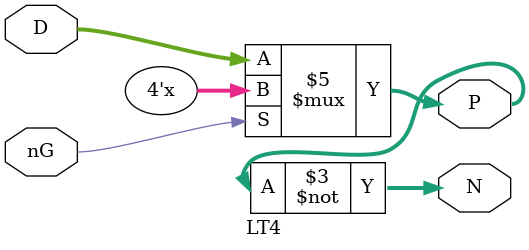
<source format=v>
`timescale 1ns/1ns

module LT4(
	input nG,
	input [3:0] D,
	output reg [3:0] P = 4'd0,
	output [3:0] N
);

	always @(*)
	begin
		if (!nG)
			P <= D;			// Latch
	end
	
	assign N = ~P;

endmodule

</source>
